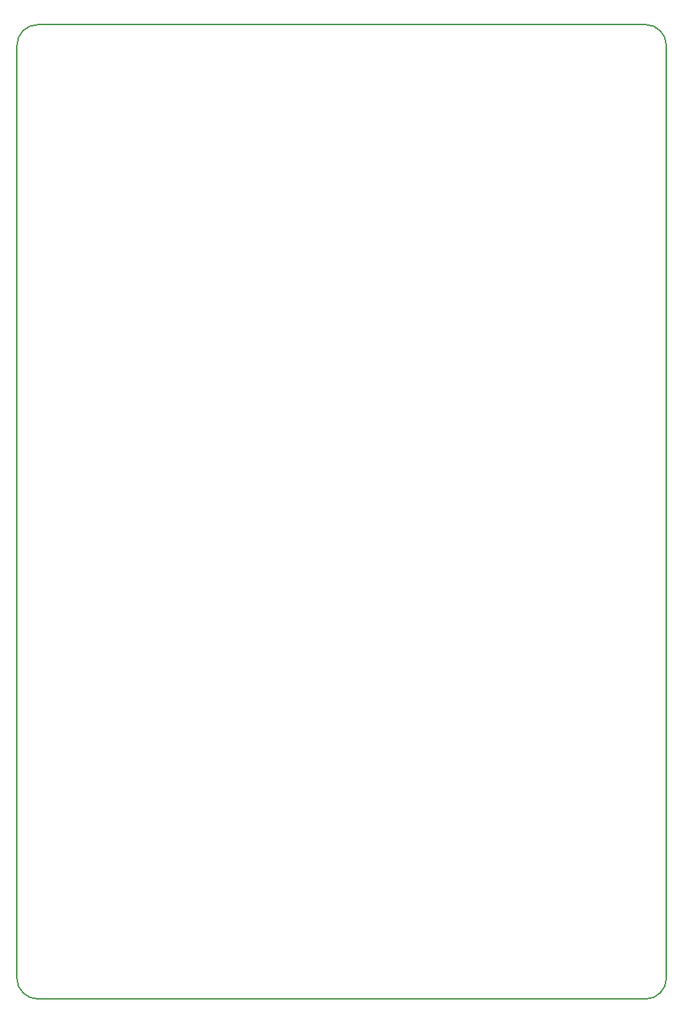
<source format=gbr>
G04 #@! TF.GenerationSoftware,KiCad,Pcbnew,(5.0.0)*
G04 #@! TF.CreationDate,2019-12-13T16:22:20-06:00*
G04 #@! TF.ProjectId,MiniRoverPowerBoard_Hardware,4D696E69526F766572506F776572426F,rev?*
G04 #@! TF.SameCoordinates,Original*
G04 #@! TF.FileFunction,Profile,NP*
%FSLAX46Y46*%
G04 Gerber Fmt 4.6, Leading zero omitted, Abs format (unit mm)*
G04 Created by KiCad (PCBNEW (5.0.0)) date 12/13/19 16:22:20*
%MOMM*%
%LPD*%
G01*
G04 APERTURE LIST*
%ADD10C,0.150000*%
G04 APERTURE END LIST*
D10*
X187960000Y-25400000D02*
G75*
G02X190500000Y-27940000I0J-2540000D01*
G01*
X111760000Y-27940000D02*
G75*
G02X114300000Y-25400000I2540000J0D01*
G01*
X114300000Y-143510000D02*
G75*
G02X111760000Y-140970000I0J2540000D01*
G01*
X190500000Y-140970000D02*
G75*
G02X187960000Y-143510000I-2540000J0D01*
G01*
X111760000Y-140970000D02*
X111760000Y-27940000D01*
X187960000Y-143510000D02*
X114300000Y-143510000D01*
X190500000Y-27940000D02*
X190500000Y-140970000D01*
X114300000Y-25400000D02*
X187960000Y-25400000D01*
M02*

</source>
